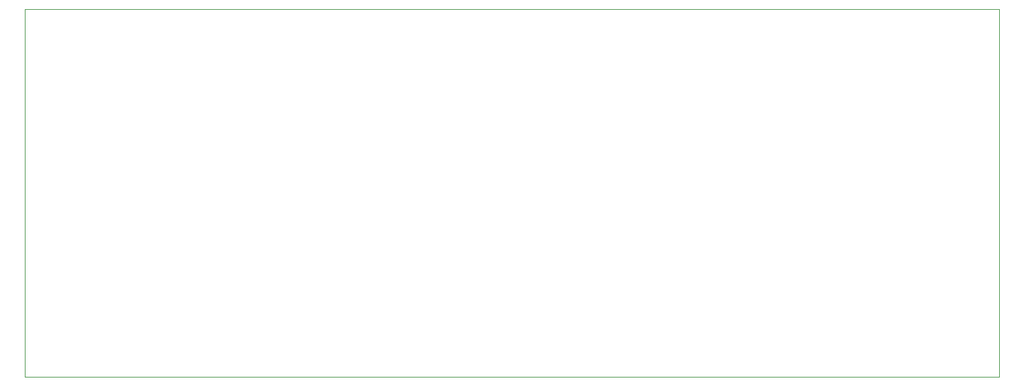
<source format=gm1>
G04 #@! TF.GenerationSoftware,KiCad,Pcbnew,9.0.1*
G04 #@! TF.CreationDate,2025-06-11T13:57:42-04:00*
G04 #@! TF.ProjectId,hackpad,6861636b-7061-4642-9e6b-696361645f70,rev?*
G04 #@! TF.SameCoordinates,Original*
G04 #@! TF.FileFunction,Profile,NP*
%FSLAX46Y46*%
G04 Gerber Fmt 4.6, Leading zero omitted, Abs format (unit mm)*
G04 Created by KiCad (PCBNEW 9.0.1) date 2025-06-11 13:57:42*
%MOMM*%
%LPD*%
G01*
G04 APERTURE LIST*
G04 #@! TA.AperFunction,Profile*
%ADD10C,0.050000*%
G04 #@! TD*
G04 APERTURE END LIST*
D10*
X102393750Y-52387500D02*
X228600000Y-52387500D01*
X228600000Y-100012500D01*
X102393750Y-100012500D01*
X102393750Y-52387500D01*
M02*

</source>
